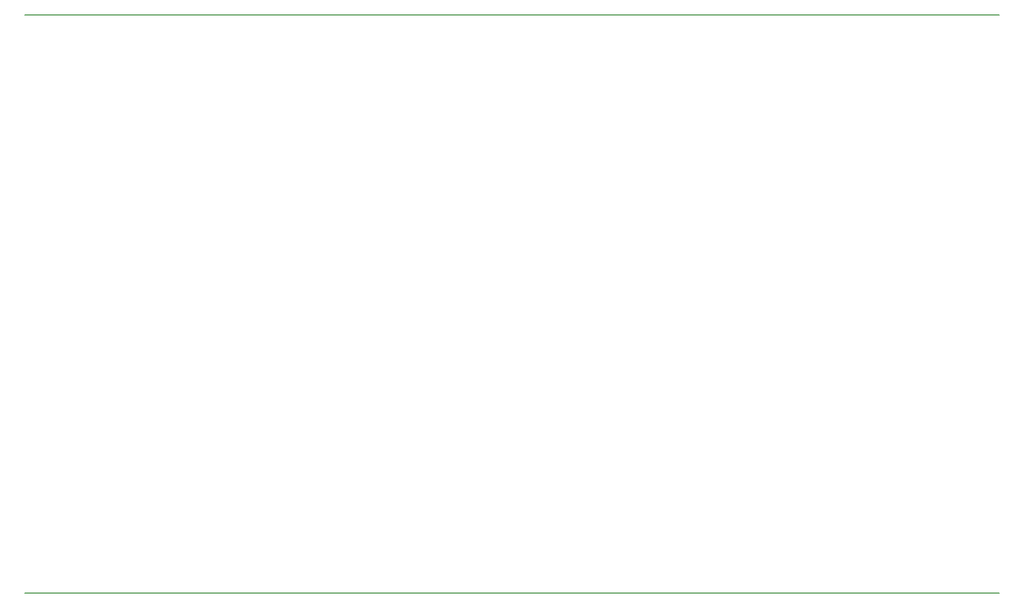
<source format=gbr>
G04 #@! TF.FileFunction,Drawing*
%FSLAX46Y46*%
G04 Gerber Fmt 4.6, Leading zero omitted, Abs format (unit mm)*
G04 Created by KiCad (PCBNEW 4.0.7-e2-6376~58~ubuntu16.04.1) date Fri Dec  1 14:53:18 2017*
%MOMM*%
%LPD*%
G01*
G04 APERTURE LIST*
%ADD10C,0.100000*%
%ADD11C,0.150000*%
G04 APERTURE END LIST*
D10*
D11*
X191328200Y-22001000D02*
X31328200Y-22001000D01*
X191328200Y-117001000D02*
X31328200Y-117001000D01*
M02*

</source>
